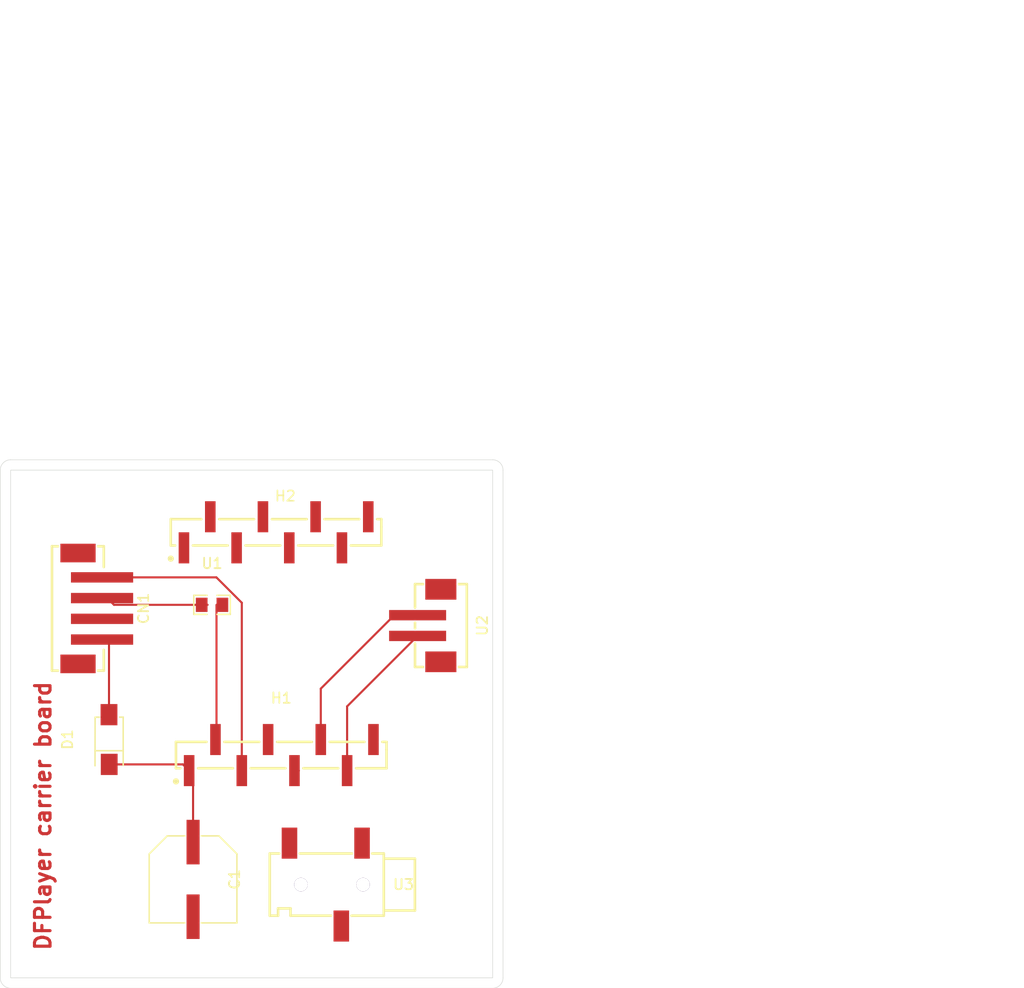
<source format=kicad_pcb>
(kicad_pcb (version 20241229) (generator "pcbnew") (generator_version "9.0")
  (layers (0 "F.Cu" signal) (2 "B.Cu" signal) (13 "F.Paste" user) (15 "B.Paste" user) (5 "F.SilkS" user "F.Silkscreen") (7 "B.SilkS" user "B.Silkscreen") (1 "F.Mask" user) (3 "B.Mask" user) (25 "Edge.Cuts" user))
  (net 0 "")
  (net 1 "footprint-_4")
  (net 2 "df_header_right-_5")
  (net 3 "footprint-_6")
  (net 4 "df_header_right-_4")
  (net 5 "df_header_right-_2")
  (net 6 "footprint-_3-1")
  (net 7 "footprint-_5")
  (net 8 "df_header_right-_3")
  (net 9 "df_header_right-_1")
  (net 10 "df_header_left-_2-2")
  (net 11 "gnd")
  (net 12 "df_header_left-_1-1")
  (net 13 "v_in_5v")
  (net 14 "df_header_left-_2-1")
  (net 15 "v_dfplayer")
  (net 16 "df_header_left-_3")
  (net 17 "_7")
  (net 18 "df_header_left-_1-0")
  (net 19 "df_header_right-_6")
  (net 20 "net")
  (net 21 "df_header_left-_2-0")
  (net 22 "footprint-_3-0")
  (footprint "hanxia_HX_PM2_54_1x8P_TP_H8_5_ZQ:HDR-SMD_8P-P2.54-V-F-LS4.7" (layer "F.Cu") (at 152.61 81)
    (property "Reference" "H2" (at 0.89 -3.5 0) (layer "F.SilkS"))
    (property "Value" "")
    (fp_line (start -10.16 -1.27) (end -7.22 -1.27) (stroke (width 0.25)) (layer "F.SilkS"))
    (fp_line (start -10.16 1.27) (end -10.16 -1.27) (stroke (width 0.25)) (layer "F.SilkS"))
    (fp_line (start -9.75 1.27) (end -10.16 1.27) (stroke (width 0.25)) (layer "F.SilkS"))
    (fp_line (start -5.49 -1.27) (end -2.13 -1.27) (stroke (width 0.25)) (layer "F.SilkS"))
    (fp_line (start -4.67 1.27) (end -8.02 1.27) (stroke (width 0.25)) (layer "F.SilkS"))
    (fp_line (start -0.4 -1.27) (end 2.95 -1.27) (stroke (width 0.25)) (layer "F.SilkS"))
    (fp_line (start 0.4 1.27) (end -2.95 1.27) (stroke (width 0.25)) (layer "F.SilkS"))
    (fp_line (start 4.67 -1.27) (end 8.02 -1.27) (stroke (width 0.25)) (layer "F.SilkS"))
    (fp_line (start 5.49 1.27) (end 2.13 1.27) (stroke (width 0.25)) (layer "F.SilkS"))
    (fp_line (start 7.22 1.27) (end 10.15 1.27) (stroke (width 0.25)) (layer "F.SilkS"))
    (fp_line (start 10.15 -1.27) (end 9.75 -1.27) (stroke (width 0.25)) (layer "F.SilkS"))
    (fp_line (start 10.15 -1.27) (end 10.15 -0.51) (stroke (width 0.25)) (layer "F.SilkS"))
    (fp_line (start 10.15 -0.51) (end 10.15 1.27) (stroke (width 0.25)) (layer "F.SilkS"))
    (fp_circle (center -10.16 2.54) (end -10.01 2.54) (stroke (width 0.3)) (fill no) (layer "F.SilkS"))
    (pad "1" smd rect (at -8.89 1.5 180) (size 1.02 3) (layers "F.Cu" "F.Mask" "F.Paste") (net 9 "df_header_right-_1"))
    (pad "2" smd rect (at -6.35 -1.5 180) (size 1.02 3) (layers "F.Cu" "F.Mask" "F.Paste") (net 5 "df_header_right-_2"))
    (pad "3" smd rect (at -3.81 1.5 180) (size 1.02 3) (layers "F.Cu" "F.Mask" "F.Paste") (net 8 "df_header_right-_3"))
    (pad "4" smd rect (at -1.27 -1.5 180) (size 1.02 3) (layers "F.Cu" "F.Mask" "F.Paste") (net 4 "df_header_right-_4"))
    (pad "5" smd rect (at 1.27 1.5 180) (size 1.02 3) (layers "F.Cu" "F.Mask" "F.Paste") (net 2 "df_header_right-_5"))
    (pad "6" smd rect (at 3.81 -1.5 180) (size 1.02 3) (layers "F.Cu" "F.Mask" "F.Paste") (net 19 "df_header_right-_6"))
    (pad "7" smd rect (at 6.35 1.5 180) (size 1.02 3) (layers "F.Cu" "F.Mask" "F.Paste") (net 17 "_7"))
    (pad "8" smd rect (at 8.89 -1.5 180) (size 1.02 3) (layers "F.Cu" "F.Mask" "F.Paste") (net 11 "gnd"))
  )
  (footprint "JST_Sales_America_B4B_PH_SM4_TB_LF__SN:CONN-SMD_B4B-PH-SM4-TB-LF-SN" (layer "F.Cu") (at 134.66 88.35 -90)
    (property "Reference" "CN1" (at 0 -5.16 90) (layer "F.SilkS"))
    (property "Value" "")
    (fp_line (start -6 3.67) (end -6 3.09) (stroke (width 0.25)) (layer "F.SilkS"))
    (fp_line (start 6 3.67) (end -6 3.67) (stroke (width 0.25)) (layer "F.SilkS"))
    (fp_line (start 6 3.09) (end 6 3.67) (stroke (width 0.25)) (layer "F.SilkS"))
    (fp_line (start -6 -1.33) (end -6 -0.77) (stroke (width 0.25)) (layer "F.SilkS"))
    (fp_line (start -6 -1.33) (end -4 -1.33) (stroke (width 0.25)) (layer "F.SilkS"))
    (fp_line (start 4 -1.33) (end 6 -1.33) (stroke (width 0.25)) (layer "F.SilkS"))
    (fp_line (start 6 -1.33) (end 6 -0.77) (stroke (width 0.25)) (layer "F.SilkS"))
    (fp_text user "${REFERENCE}" (at 0 -5.16 90) (layer "F.SilkS"))
    (pad "1" smd rect (at 3 -1.16 90) (size 1 6) (layers "F.Cu" "F.Mask" "F.Paste") (net 13 "v_in_5v"))
    (pad "2" smd rect (at 1 -1.16 90) (size 1 6) (layers "F.Cu" "F.Mask" "F.Paste") (net 11 "gnd"))
    (pad "3" smd rect (at -1 -1.16 90) (size 1 6) (layers "F.Cu" "F.Mask" "F.Paste") (net 22 "footprint-_3-0"))
    (pad "4" smd rect (at -3 -1.16 90) (size 1 6) (layers "F.Cu" "F.Mask" "F.Paste") (net 16 "df_header_left-_3"))
    (pad "5" smd rect (at -5.35 1.16 270) (size 1.8 3.4) (layers "F.Cu" "F.Mask" "F.Paste") (net 7 "footprint-_5"))
    (pad "6" smd rect (at 5.35 1.16 270) (size 1.8 3.4) (layers "F.Cu" "F.Mask" "F.Paste") (net 3 "footprint-_6"))
  )
  (footprint "hongjiacheng_M1:SMA_L4.3-W2.6-LS5.0-RD" (layer "F.Cu") (at 136.5 101 90)
    (property "Reference" "D1" (at 0 -4.01 90) (layer "F.SilkS"))
    (property "Value" "")
    (fp_line (start -1.08 -1.36) (end -1.08 1.36) (stroke (width 0.15)) (layer "F.SilkS"))
    (fp_line (start -2.53 -1.36) (end 2.16 -1.35) (stroke (width 0.15)) (layer "F.SilkS"))
    (fp_line (start 2.16 -1.27) (end 2.16 -0.92) (stroke (width 0.15)) (layer "F.SilkS"))
    (fp_line (start 2.16 1.36) (end 2.16 1.01) (stroke (width 0.15)) (layer "F.SilkS"))
    (fp_line (start -2.5 1.36) (end 2.16 1.36) (stroke (width 0.15)) (layer "F.SilkS"))
    (fp_text user "${REFERENCE}" (at 0 -4.01 90) (layer "F.SilkS"))
    (pad "1" smd rect (at -2.4 0.01 90) (size 2.05 1.62) (layers "F.Cu" "F.Mask" "F.Paste") (net 15 "v_dfplayer"))
    (pad "2" smd rect (at 2.4 -0.01 270) (size 2.05 1.62) (layers "F.Cu" "F.Mask" "F.Paste") (net 13 "v_in_5v"))
  )
  (footprint "UNI_ROYAL_0805W8F1001T5E:R0805" (layer "F.Cu") (at 146.43 88)
    (property "Reference" "U1" (at 0 -4 0) (layer "F.SilkS"))
    (property "Value" "1kΩ ±1% 125mW")
    (fp_line (start -1.76 -0.92) (end -0.48 -0.92) (stroke (width 0.15)) (layer "F.SilkS"))
    (fp_line (start -1.76 0.92) (end -1.76 -0.92) (stroke (width 0.15)) (layer "F.SilkS"))
    (fp_line (start -0.48 0.92) (end -1.76 0.92) (stroke (width 0.15)) (layer "F.SilkS"))
    (fp_line (start 0.48 0.92) (end 1.76 0.92) (stroke (width 0.15)) (layer "F.SilkS"))
    (fp_line (start 1.76 -0.92) (end 0.48 -0.92) (stroke (width 0.15)) (layer "F.SilkS"))
    (fp_line (start 1.76 0.92) (end 1.76 -0.92) (stroke (width 0.15)) (layer "F.SilkS"))
    (fp_text user "${REFERENCE}" (at 0 -4 0) (layer "F.SilkS"))
    (pad "1" smd rect (at -1 0) (size 1.13 1.38) (layers "F.Cu" "F.Mask" "F.Paste") (net 22 "footprint-_3-0"))
    (pad "2" smd rect (at 1 0) (size 1.13 1.38) (layers "F.Cu" "F.Mask" "F.Paste") (net 21 "df_header_left-_2-0"))
  )
  (footprint "hanxia_HX_PM2_54_1x8P_TP_H8_5_ZQ:HDR-SMD_8P-P2.54-V-F-LS4.7" (layer "F.Cu") (at 153.11 102.5)
    (property "Reference" "H1" (at 0 -5.5 0) (layer "F.SilkS"))
    (property "Value" "")
    (fp_line (start -10.16 -1.27) (end -7.22 -1.27) (stroke (width 0.25)) (layer "F.SilkS"))
    (fp_line (start -10.16 1.27) (end -10.16 -1.27) (stroke (width 0.25)) (layer "F.SilkS"))
    (fp_line (start -9.75 1.27) (end -10.16 1.27) (stroke (width 0.25)) (layer "F.SilkS"))
    (fp_line (start -5.49 -1.27) (end -2.13 -1.27) (stroke (width 0.25)) (layer "F.SilkS"))
    (fp_line (start -4.67 1.27) (end -8.02 1.27) (stroke (width 0.25)) (layer "F.SilkS"))
    (fp_line (start -0.4 -1.27) (end 2.95 -1.27) (stroke (width 0.25)) (layer "F.SilkS"))
    (fp_line (start 0.4 1.27) (end -2.95 1.27) (stroke (width 0.25)) (layer "F.SilkS"))
    (fp_line (start 4.67 -1.27) (end 8.02 -1.27) (stroke (width 0.25)) (layer "F.SilkS"))
    (fp_line (start 5.49 1.27) (end 2.13 1.27) (stroke (width 0.25)) (layer "F.SilkS"))
    (fp_line (start 7.22 1.27) (end 10.15 1.27) (stroke (width 0.25)) (layer "F.SilkS"))
    (fp_line (start 10.15 -1.27) (end 9.75 -1.27) (stroke (width 0.25)) (layer "F.SilkS"))
    (fp_line (start 10.15 -1.27) (end 10.15 -0.51) (stroke (width 0.25)) (layer "F.SilkS"))
    (fp_line (start 10.15 -0.51) (end 10.15 1.27) (stroke (width 0.25)) (layer "F.SilkS"))
    (fp_circle (center -10.16 2.54) (end -10.01 2.54) (stroke (width 0.3)) (fill no) (layer "F.SilkS"))
    (fp_text user "${REFERENCE}" (at 0 -5.5 0) (layer "F.SilkS"))
    (pad "1" smd rect (at -8.89 1.5 180) (size 1.02 3) (layers "F.Cu" "F.Mask" "F.Paste") (net 15 "v_dfplayer"))
    (pad "2" smd rect (at -6.35 -1.5 180) (size 1.02 3) (layers "F.Cu" "F.Mask" "F.Paste") (net 21 "df_header_left-_2-0"))
    (pad "3" smd rect (at -3.81 1.5 180) (size 1.02 3) (layers "F.Cu" "F.Mask" "F.Paste") (net 16 "df_header_left-_3"))
    (pad "4" smd rect (at -1.27 -1.5 180) (size 1.02 3) (layers "F.Cu" "F.Mask" "F.Paste") (net 18 "df_header_left-_1-0"))
    (pad "5" smd rect (at 1.27 1.5 180) (size 1.02 3) (layers "F.Cu" "F.Mask" "F.Paste") (net 14 "df_header_left-_2-1"))
    (pad "6" smd rect (at 3.81 -1.5 180) (size 1.02 3) (layers "F.Cu" "F.Mask" "F.Paste") (net 12 "df_header_left-_1-1"))
    (pad "7" smd rect (at 6.35 1.5 180) (size 1.02 3) (layers "F.Cu" "F.Mask" "F.Paste") (net 10 "df_header_left-_2-2"))
    (pad "8" smd rect (at 8.89 -1.5 180) (size 1.02 3) (layers "F.Cu" "F.Mask" "F.Paste") (net 11 "gnd"))
  )
  (footprint "JST_Sales_America_B2B_PH_SM4_TBT_LF__SN:CONN-SMD_B2B-PH-SM4-TBT-LF-SN" (layer "F.Cu") (at 167.38 90 -90)
    (property "Reference" "U2" (at 0 -5.12 90) (layer "F.SilkS"))
    (property "Value" "")
    (fp_line (start -4 1.37) (end -1.73 1.37) (stroke (width 0.25)) (layer "F.SilkS"))
    (fp_line (start -0.27 1.37) (end 0.27 1.37) (stroke (width 0.25)) (layer "F.SilkS"))
    (fp_line (start 1.73 1.37) (end 4 1.37) (stroke (width 0.25)) (layer "F.SilkS"))
    (fp_line (start 4 1.37) (end 4 0.6) (stroke (width 0.25)) (layer "F.SilkS"))
    (fp_line (start -4 0.6) (end -4 1.37) (stroke (width 0.25)) (layer "F.SilkS"))
    (fp_line (start 4 -2.86) (end 4 -3.63) (stroke (width 0.25)) (layer "F.SilkS"))
    (fp_line (start -4 -3.63) (end -4 -2.86) (stroke (width 0.25)) (layer "F.SilkS"))
    (fp_line (start -4 -3.63) (end 4 -3.63) (stroke (width 0.25)) (layer "F.SilkS"))
    (fp_text user "${REFERENCE}" (at 0 -5.12 90) (layer "F.SilkS"))
    (pad "1" smd rect (at -1 1.12 270) (size 1 5.5) (layers "F.Cu" "F.Mask" "F.Paste") (net 12 "df_header_left-_1-1"))
    (pad "2" smd rect (at 1 1.12 270) (size 1 5.5) (layers "F.Cu" "F.Mask" "F.Paste") (net 10 "df_header_left-_2-2"))
    (pad "3" smd rect (at 3.5 -1.12 270) (size 2 3) (layers "F.Cu" "F.Mask" "F.Paste") (net 6 "footprint-_3-1"))
    (pad "4" smd rect (at -3.5 -1.12 270) (size 2 3) (layers "F.Cu" "F.Mask" "F.Paste") (net 1 "footprint-_4"))
  )
  (footprint "PANASONIC_EEEFK1A471AP:CAP-SMD_BD8.0-L8.3-W8.3-LS9.9-FD" (layer "F.Cu") (at 144.6 114.5 -90)
    (property "Reference" "C1" (at 0 -4 90) (layer "F.SilkS"))
    (property "Value" "")
    (fp_line (start -2.46 4.23) (end -4.2 2.49) (stroke (width 0.15)) (layer "F.SilkS"))
    (fp_line (start 4.2 4.23) (end -2.46 4.23) (stroke (width 0.15)) (layer "F.SilkS"))
    (fp_line (start -4.2 2.49) (end -4.2 0.78) (stroke (width 0.15)) (layer "F.SilkS"))
    (fp_line (start 4.2 0.78) (end 4.2 4.23) (stroke (width 0.15)) (layer "F.SilkS"))
    (fp_line (start 4.2 -0.78) (end 4.2 -4.23) (stroke (width 0.15)) (layer "F.SilkS"))
    (fp_line (start -4.2 -2.49) (end -4.2 -0.78) (stroke (width 0.15)) (layer "F.SilkS"))
    (fp_line (start -2.46 -4.23) (end -4.2 -2.49) (stroke (width 0.15)) (layer "F.SilkS"))
    (fp_line (start 4.2 -4.23) (end -2.46 -4.23) (stroke (width 0.15)) (layer "F.SilkS"))
    (fp_text user "${REFERENCE}" (at 0 -4 90) (layer "F.SilkS"))
    (pad "1" smd rect (at -3.6 0 270) (size 4.3 1.26) (layers "F.Cu" "F.Mask" "F.Paste") (net 15 "v_dfplayer"))
    (pad "2" smd rect (at 3.6 0 270) (size 4.3 1.26) (layers "F.Cu" "F.Mask" "F.Paste") (net 11 "gnd"))
  )
  (footprint "SOFNG_PJ_320B:AUDIO-SMD_PJ-320B" (layer "F.Cu") (at 157.4 115 -90)
    (property "Reference" "U3" (at 0 -7.5 0) (layer "F.SilkS"))
    (property "Value" "")
    (fp_line (start 3 5.4) (end -3 5.4) (stroke (width 0.25)) (layer "F.SilkS"))
    (fp_line (start 2.3 4.6) (end 3 4.6) (stroke (width 0.25)) (layer "F.SilkS"))
    (fp_line (start 3 4.6) (end 3 5.4) (stroke (width 0.25)) (layer "F.SilkS"))
    (fp_line (start -3 4.48) (end -3 5.4) (stroke (width 0.25)) (layer "F.SilkS"))
    (fp_line (start 2.3 3.4) (end 2.3 4.6) (stroke (width 0.25)) (layer "F.SilkS"))
    (fp_line (start 3 3.4) (end 2.3 3.4) (stroke (width 0.25)) (layer "F.SilkS"))
    (fp_line (start 3 -0.52) (end 3 3.4) (stroke (width 0.25)) (layer "F.SilkS"))
    (fp_line (start -3 -2.52) (end -3 2.52) (stroke (width 0.25)) (layer "F.SilkS"))
    (fp_line (start -3 -5.6) (end -3 -4.48) (stroke (width 0.25)) (layer "F.SilkS"))
    (fp_line (start -3 -5.6) (end 3 -5.6) (stroke (width 0.25)) (layer "F.SilkS"))
    (fp_line (start -2.5 -5.6) (end -2.5 -8.6) (stroke (width 0.25)) (layer "F.SilkS"))
    (fp_line (start 2.5 -5.6) (end 2.5 -8.6) (stroke (width 0.25)) (layer "F.SilkS"))
    (fp_line (start 3 -5.6) (end 3 -2.48) (stroke (width 0.25)) (layer "F.SilkS"))
    (fp_line (start -2.5 -8.6) (end 2.5 -8.6) (stroke (width 0.25)) (layer "F.SilkS"))
    (fp_text user "${REFERENCE}" (at 0 -7.5 0) (layer "F.SilkS"))
    (pad "" thru_hole circle (at 0 -3.6 270) (size 1.3 1.3) (drill 1.3) (layers "*.Cu" "*.Mask") (net 20 "net"))
    (pad "" thru_hole circle (at 0 2.4 270) (size 1.3 1.3) (drill 1.3) (layers "*.Cu" "*.Mask") (net 20 "net"))
    (pad "1" smd rect (at -4 -3.5 270) (size 3 1.5) (layers "F.Cu" "F.Mask" "F.Paste") (net 18 "df_header_left-_1-0"))
    (pad "2" smd rect (at 4 -1.5 270) (size 3 1.5) (layers "F.Cu" "F.Mask" "F.Paste") (net 14 "df_header_left-_2-1"))
    (pad "3" smd rect (at -4 3.5 270) (size 3 1.5) (layers "F.Cu" "F.Mask" "F.Paste") (net 11 "gnd"))
  )
  (gr_line (start 126 124) (end 126 75) (stroke (width 0.05)) (layer "Edge.Cuts"))
  (gr_rect (start 127 75) (end 173.5 124) (stroke (width 0.05)) (fill no) (layer "Edge.Cuts"))
  (gr_line (start 173.5 125) (end 127 125) (stroke (width 0.05)) (layer "Edge.Cuts"))
  (gr_arc (start 127 125) (mid 126.292893 124.707107) (end 126 124) (stroke (width 0.05)) (layer "Edge.Cuts"))
  (gr_arc (start 126 75) (mid 126.292893 74.292893) (end 127 74) (stroke (width 0.05)) (layer "Edge.Cuts"))
  (gr_arc (start 174.5 124) (mid 174.207107 124.707107) (end 173.5 125) (stroke (width 0.05)) (layer "Edge.Cuts"))
  (gr_line (start 174.5 75) (end 174.5 124) (stroke (width 0.05)) (layer "Edge.Cuts"))
  (gr_line (start 127 74) (end 173.5 74) (stroke (width 0.05)) (layer "Edge.Cuts"))
  (gr_arc (start 173.5 74) (mid 174.207107 74.292893) (end 174.5 75) (stroke (width 0.05)) (layer "Edge.Cuts"))
  (gr_text "DFPlayer carrier board" (at 131 121.5 90) (layer "F.Cu") (effects (font (size 1.5 1.5) (thickness 0.3) (bold yes)) (justify left bottom)))
  (segment (start 159.46 97.8) (end 159.46 104) (width 0.2) (layer "F.Cu") (net 10))
  (segment (start 166.26 91) (end 159.46 97.8) (width 0.2) (layer "F.Cu") (net 10))
  (segment (start 164.01 89) (end 166.26 89) (width 0.2) (layer "F.Cu") (net 12))
  (segment (start 156.92 96.09) (end 164.01 89) (width 0.2) (layer "F.Cu") (net 12))
  (segment (start 156.92 101) (end 156.92 96.09) (width 0.2) (layer "F.Cu") (net 12))
  (segment (start 136.49 98.6) (end 136.49 91.52) (width 0.2) (layer "F.Cu") (net 13))
  (segment (start 136.49 91.52) (end 136.32 91.35) (width 0.2) (layer "F.Cu") (net 13))
  (segment (start 154.38 104) (end 154.802 104) (width 0.2) (layer "F.Cu") (net 14))
  (segment (start 136.51 103.4) (end 143.62 103.4) (width 0.2) (layer "F.Cu") (net 15))
  (segment (start 144.6 110.9) (end 144.6 104.38) (width 0.2) (layer "F.Cu") (net 15))
  (segment (start 144.6 104.38) (end 144.22 104) (width 0.2) (layer "F.Cu") (net 15))
  (segment (start 143.62 103.4) (end 144.22 104) (width 0.2) (layer "F.Cu") (net 15))
  (segment (start 149.3 87.8) (end 146.85 85.35) (width 0.2) (layer "F.Cu") (net 16))
  (segment (start 149.3 104) (end 149.3 87.8) (width 0.2) (layer "F.Cu") (net 16))
  (segment (start 146.85 85.35) (end 136.32 85.35) (width 0.2) (layer "F.Cu") (net 16))
  (segment (start 152 101.16) (end 151.84 101) (width 0.2) (layer "F.Cu") (net 18))
  (segment (start 146.86 88) (end 146.86 100.9) (width 0.2) (layer "F.Cu") (net 21))
  (segment (start 146.86 100.9) (end 146.76 101) (width 0.2) (layer "F.Cu") (net 21))
  (segment (start 136.97 88) (end 136.32 87.35) (width 0.2) (layer "F.Cu") (net 22))
  (segment (start 146 88) (end 136.97 88) (width 0.2) (layer "F.Cu") (net 22))
)
</source>
